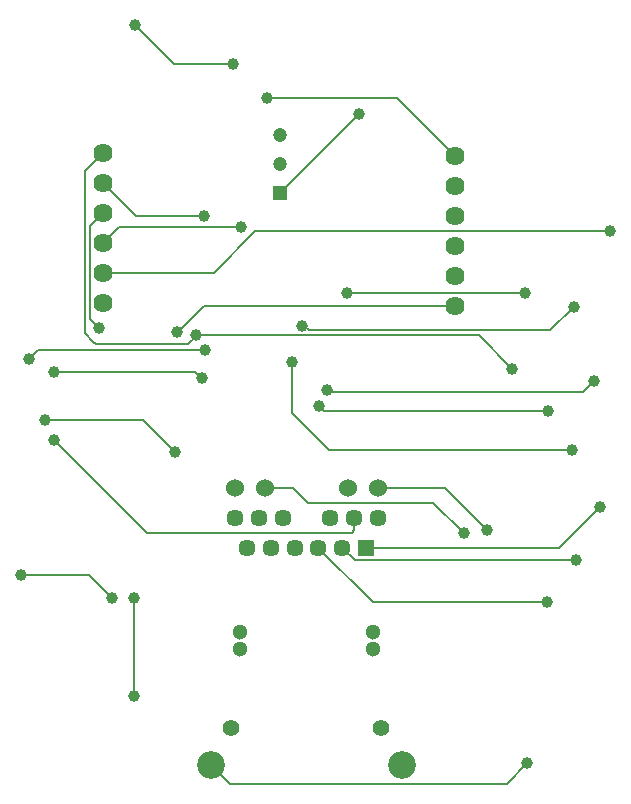
<source format=gbl>
G04*
G04 #@! TF.GenerationSoftware,Altium Limited,Altium Designer,22.9.1 (49)*
G04*
G04 Layer_Physical_Order=2*
G04 Layer_Color=16711680*
%FSLAX25Y25*%
%MOIN*%
G70*
G04*
G04 #@! TF.SameCoordinates,2D7BEFF4-9F28-405B-851C-CABBC44A95C7*
G04*
G04*
G04 #@! TF.FilePolarity,Positive*
G04*
G01*
G75*
%ADD12C,0.00700*%
%ADD43C,0.09272*%
%ADD44C,0.05512*%
%ADD45C,0.06024*%
%ADD46C,0.05118*%
%ADD47C,0.05693*%
%ADD48R,0.05693X0.05693*%
%ADD49C,0.04724*%
%ADD50R,0.04724X0.04724*%
%ADD51C,0.06378*%
%ADD52C,0.03937*%
D12*
X138500Y146500D02*
X139100Y145900D01*
X223800D01*
X47600Y152500D02*
X94731D01*
X96731Y150500D02*
X97000D01*
X94731Y152500D02*
X96731Y150500D01*
X88928Y165928D02*
X97543Y174543D01*
X95191Y164691D02*
X95500Y165000D01*
X94881Y165000D02*
Y165000D01*
Y165000D02*
X95191Y164691D01*
X92400Y161900D02*
X95191Y164691D01*
X42163Y160000D02*
X98000D01*
X88714Y165928D02*
X88928D01*
X39100Y156937D02*
X42163Y160000D01*
X60700Y162700D02*
X61500Y161900D01*
X92400D01*
X57900Y165500D02*
X60700Y162700D01*
X95500Y165000D02*
X189200D01*
X212931Y166500D02*
X220831Y174400D01*
X132594Y166500D02*
X212931D01*
X130976Y168119D02*
X132594Y166500D01*
X130100Y168119D02*
X130976D01*
X189200Y165000D02*
X200400Y153800D01*
X161870Y244000D02*
X181327Y224543D01*
X118500Y244000D02*
X161870D01*
X87700Y255200D02*
X107300D01*
X74552Y268348D02*
X87700Y255200D01*
X114720Y199500D02*
X233000D01*
X100764Y185543D02*
X114720Y199500D01*
X63827Y185543D02*
X100764D01*
X97543Y174543D02*
X181327D01*
X44437Y136563D02*
X77297D01*
X87900Y125960D01*
X63827Y215543D02*
X74770Y204600D01*
X97500D01*
X59488Y170312D02*
X62600Y167200D01*
X59488Y170312D02*
Y201204D01*
X63827Y205543D01*
X123000Y212394D02*
X149206Y238600D01*
X135835Y141372D02*
X137707Y139500D01*
X212100D01*
X127000Y138929D02*
Y156000D01*
Y138929D02*
X139329Y126600D01*
X220284D01*
X223800Y145900D02*
X227720Y149820D01*
X198600Y15400D02*
X205390Y22190D01*
X106096Y15400D02*
X198600D01*
X99996Y21500D02*
X106096Y15400D01*
X153764Y76000D02*
X211900D01*
X135744Y94020D02*
X153764Y76000D01*
X145100Y178900D02*
X204500D01*
X74200Y44600D02*
Y77300D01*
X59200Y85100D02*
X66964Y77336D01*
X36563Y85100D02*
X59200D01*
X147732Y99900D02*
Y104020D01*
X146832Y99000D02*
X147732Y99900D01*
X78700Y99000D02*
X146832D01*
X47600Y130100D02*
X78700Y99000D01*
X57900Y165500D02*
Y219617D01*
X63827Y225543D01*
X155724Y114020D02*
X177980D01*
X192000Y100000D01*
X117772Y114020D02*
X127280D01*
X132300Y109000D01*
X174000D01*
X184100Y98900D01*
X63827Y195543D02*
X69183Y200900D01*
X109800D01*
X215957Y94020D02*
X229437Y107500D01*
X151728Y94020D02*
X215957D01*
X147756Y90000D02*
X221563D01*
X143736Y94020D02*
X147756Y90000D01*
D43*
X99996Y21500D02*
D03*
X163500D02*
D03*
D44*
X106748Y34020D02*
D03*
X156748D02*
D03*
D45*
X107772Y114020D02*
D03*
X117772D02*
D03*
X145724D02*
D03*
X155724D02*
D03*
D46*
X109740Y60240D02*
D03*
X153756D02*
D03*
X109740Y65988D02*
D03*
X153756D02*
D03*
D47*
X107772Y104020D02*
D03*
X115764D02*
D03*
X123756D02*
D03*
X139740D02*
D03*
X147732D02*
D03*
X155724D02*
D03*
X111768Y94020D02*
D03*
X119760D02*
D03*
X127752D02*
D03*
X135744D02*
D03*
X143736D02*
D03*
D48*
X151728D02*
D03*
D49*
X123000Y231606D02*
D03*
Y222000D02*
D03*
D50*
Y212394D02*
D03*
D51*
X63827Y225543D02*
D03*
Y215543D02*
D03*
Y205543D02*
D03*
Y195543D02*
D03*
Y185543D02*
D03*
Y175543D02*
D03*
X181327Y174543D02*
D03*
Y184543D02*
D03*
Y194543D02*
D03*
Y204543D02*
D03*
Y214543D02*
D03*
Y224543D02*
D03*
D52*
X138500Y146500D02*
D03*
X97000Y150500D02*
D03*
X88714Y165928D02*
D03*
X98000Y160000D02*
D03*
X94881Y165000D02*
D03*
X130100Y168119D02*
D03*
X118500Y244000D02*
D03*
X107300Y255200D02*
D03*
X74552Y268348D02*
D03*
X233000Y199500D02*
D03*
X200400Y153800D02*
D03*
X44437Y136563D02*
D03*
X87900Y125960D02*
D03*
X97500Y204600D02*
D03*
X62600Y167200D02*
D03*
X149206Y238600D02*
D03*
X220831Y174400D02*
D03*
X135835Y141372D02*
D03*
X212100Y139500D02*
D03*
X127000Y156000D02*
D03*
X220284Y126600D02*
D03*
X227720Y149820D02*
D03*
X205390Y22190D02*
D03*
X211900Y76000D02*
D03*
X204500Y178900D02*
D03*
X145100D02*
D03*
X74200Y44600D02*
D03*
Y77300D02*
D03*
X66964Y77336D02*
D03*
X36563Y85100D02*
D03*
X47600Y130100D02*
D03*
Y152500D02*
D03*
X39100Y156937D02*
D03*
X192000Y100000D02*
D03*
X184100Y98900D02*
D03*
X109800Y200900D02*
D03*
X229437Y107500D02*
D03*
X221563Y90000D02*
D03*
M02*

</source>
